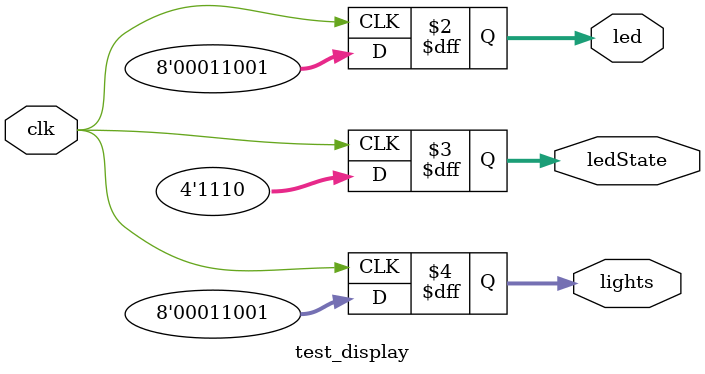
<source format=v>
`timescale 1ns / 1ps
module test_display(
    output reg [7:0] led,
    output reg [3:0] ledState,
    output reg [7:0] lights,
    input clk
    );

always @ (posedge clk) begin
	led <=8'b00011001;
	ledState <= 4'b1110;
	lights <= 8'b00011001;
end

endmodule

</source>
